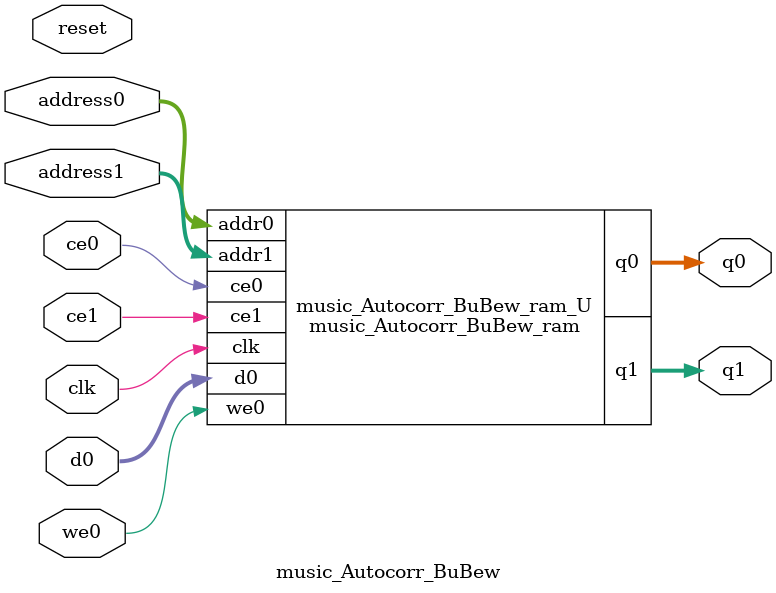
<source format=v>
`timescale 1 ns / 1 ps
module music_Autocorr_BuBew_ram (addr0, ce0, d0, we0, q0, addr1, ce1, q1,  clk);

parameter DWIDTH = 32;
parameter AWIDTH = 6;
parameter MEM_SIZE = 40;

input[AWIDTH-1:0] addr0;
input ce0;
input[DWIDTH-1:0] d0;
input we0;
output reg[DWIDTH-1:0] q0;
input[AWIDTH-1:0] addr1;
input ce1;
output reg[DWIDTH-1:0] q1;
input clk;

(* ram_style = "block" *)reg [DWIDTH-1:0] ram[0:MEM_SIZE-1];




always @(posedge clk)  
begin 
    if (ce0) 
    begin
        if (we0) 
        begin 
            ram[addr0] <= d0; 
        end 
        q0 <= ram[addr0];
    end
end


always @(posedge clk)  
begin 
    if (ce1) 
    begin
        q1 <= ram[addr1];
    end
end


endmodule

`timescale 1 ns / 1 ps
module music_Autocorr_BuBew(
    reset,
    clk,
    address0,
    ce0,
    we0,
    d0,
    q0,
    address1,
    ce1,
    q1);

parameter DataWidth = 32'd32;
parameter AddressRange = 32'd40;
parameter AddressWidth = 32'd6;
input reset;
input clk;
input[AddressWidth - 1:0] address0;
input ce0;
input we0;
input[DataWidth - 1:0] d0;
output[DataWidth - 1:0] q0;
input[AddressWidth - 1:0] address1;
input ce1;
output[DataWidth - 1:0] q1;



music_Autocorr_BuBew_ram music_Autocorr_BuBew_ram_U(
    .clk( clk ),
    .addr0( address0 ),
    .ce0( ce0 ),
    .we0( we0 ),
    .d0( d0 ),
    .q0( q0 ),
    .addr1( address1 ),
    .ce1( ce1 ),
    .q1( q1 ));

endmodule


</source>
